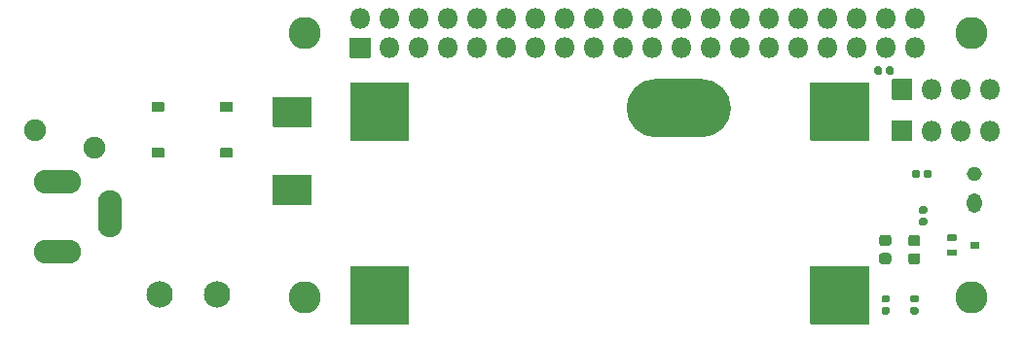
<source format=gts>
G04 #@! TF.GenerationSoftware,KiCad,Pcbnew,(5.1.10)-1*
G04 #@! TF.CreationDate,2021-12-24T20:30:38+01:00*
G04 #@! TF.ProjectId,pi_power_hat,70695f70-6f77-4657-925f-6861742e6b69,1.0*
G04 #@! TF.SameCoordinates,Original*
G04 #@! TF.FileFunction,Soldermask,Top*
G04 #@! TF.FilePolarity,Negative*
%FSLAX46Y46*%
G04 Gerber Fmt 4.6, Leading zero omitted, Abs format (unit mm)*
G04 Created by KiCad (PCBNEW (5.1.10)-1) date 2021-12-24 20:30:38*
%MOMM*%
%LPD*%
G01*
G04 APERTURE LIST*
%ADD10O,2.102000X4.102000*%
%ADD11O,4.102000X2.102000*%
%ADD12O,1.802000X1.802000*%
%ADD13C,2.802000*%
%ADD14O,1.302000X1.702000*%
%ADD15O,1.302000X1.302000*%
%ADD16C,2.302000*%
%ADD17C,1.902000*%
G04 APERTURE END LIST*
D10*
X104155000Y-110277000D03*
D11*
X99555000Y-107477000D03*
X99555000Y-113577000D03*
G36*
G01*
X173882000Y-100369000D02*
X172182000Y-100369000D01*
G75*
G02*
X172131000Y-100318000I0J51000D01*
G01*
X172131000Y-98618000D01*
G75*
G02*
X172182000Y-98567000I51000J0D01*
G01*
X173882000Y-98567000D01*
G75*
G02*
X173933000Y-98618000I0J-51000D01*
G01*
X173933000Y-100318000D01*
G75*
G02*
X173882000Y-100369000I-51000J0D01*
G01*
G37*
D12*
X175572000Y-99468000D03*
X178112000Y-99468000D03*
X180652000Y-99468000D03*
G36*
G01*
X165100000Y-98849000D02*
X170100000Y-98849000D01*
G75*
G02*
X170151000Y-98900000I0J-51000D01*
G01*
X170151000Y-103900000D01*
G75*
G02*
X170100000Y-103951000I-51000J0D01*
G01*
X165100000Y-103951000D01*
G75*
G02*
X165049000Y-103900000I0J51000D01*
G01*
X165049000Y-98900000D01*
G75*
G02*
X165100000Y-98849000I51000J0D01*
G01*
G37*
G36*
G01*
X165100000Y-114849000D02*
X170100000Y-114849000D01*
G75*
G02*
X170151000Y-114900000I0J-51000D01*
G01*
X170151000Y-119900000D01*
G75*
G02*
X170100000Y-119951000I-51000J0D01*
G01*
X165100000Y-119951000D01*
G75*
G02*
X165049000Y-119900000I0J51000D01*
G01*
X165049000Y-114900000D01*
G75*
G02*
X165100000Y-114849000I51000J0D01*
G01*
G37*
G36*
G01*
X125100000Y-98849000D02*
X130100000Y-98849000D01*
G75*
G02*
X130151000Y-98900000I0J-51000D01*
G01*
X130151000Y-103900000D01*
G75*
G02*
X130100000Y-103951000I-51000J0D01*
G01*
X125100000Y-103951000D01*
G75*
G02*
X125049000Y-103900000I0J51000D01*
G01*
X125049000Y-98900000D01*
G75*
G02*
X125100000Y-98849000I51000J0D01*
G01*
G37*
G36*
G01*
X125100000Y-114849000D02*
X130100000Y-114849000D01*
G75*
G02*
X130151000Y-114900000I0J-51000D01*
G01*
X130151000Y-119900000D01*
G75*
G02*
X130100000Y-119951000I-51000J0D01*
G01*
X125100000Y-119951000D01*
G75*
G02*
X125049000Y-119900000I0J51000D01*
G01*
X125049000Y-114900000D01*
G75*
G02*
X125100000Y-114849000I51000J0D01*
G01*
G37*
G36*
G01*
X151600000Y-98549000D02*
X155600000Y-98549000D01*
G75*
G02*
X158151000Y-101100000I0J-2551000D01*
G01*
X158151000Y-101100000D01*
G75*
G02*
X155600000Y-103651000I-2551000J0D01*
G01*
X151600000Y-103651000D01*
G75*
G02*
X149049000Y-101100000I0J2551000D01*
G01*
X149049000Y-101100000D01*
G75*
G02*
X151600000Y-98549000I2551000J0D01*
G01*
G37*
G36*
G01*
X125052000Y-94937000D02*
X126752000Y-94937000D01*
G75*
G02*
X126803000Y-94988000I0J-51000D01*
G01*
X126803000Y-96688000D01*
G75*
G02*
X126752000Y-96739000I-51000J0D01*
G01*
X125052000Y-96739000D01*
G75*
G02*
X125001000Y-96688000I0J51000D01*
G01*
X125001000Y-94988000D01*
G75*
G02*
X125052000Y-94937000I51000J0D01*
G01*
G37*
X125902000Y-93298000D03*
X128442000Y-95838000D03*
X128442000Y-93298000D03*
X130982000Y-95838000D03*
X130982000Y-93298000D03*
X133522000Y-95838000D03*
X133522000Y-93298000D03*
X136062000Y-95838000D03*
X136062000Y-93298000D03*
X138602000Y-95838000D03*
X138602000Y-93298000D03*
X141142000Y-95838000D03*
X141142000Y-93298000D03*
X143682000Y-95838000D03*
X143682000Y-93298000D03*
X146222000Y-95838000D03*
X146222000Y-93298000D03*
X148762000Y-95838000D03*
X148762000Y-93298000D03*
X151302000Y-95838000D03*
X151302000Y-93298000D03*
X153842000Y-95838000D03*
X153842000Y-93298000D03*
X156382000Y-95838000D03*
X156382000Y-93298000D03*
X158922000Y-95838000D03*
X158922000Y-93298000D03*
X161462000Y-95838000D03*
X161462000Y-93298000D03*
X164002000Y-95838000D03*
X164002000Y-93298000D03*
X166542000Y-95838000D03*
X166542000Y-93298000D03*
X169082000Y-95838000D03*
X169082000Y-93298000D03*
X171622000Y-95838000D03*
X171622000Y-93298000D03*
X174162000Y-95838000D03*
X174162000Y-93298000D03*
G36*
G01*
X173894500Y-117406000D02*
X174315500Y-117406000D01*
G75*
G02*
X174476000Y-117566500I0J-160500D01*
G01*
X174476000Y-117887500D01*
G75*
G02*
X174315500Y-118048000I-160500J0D01*
G01*
X173894500Y-118048000D01*
G75*
G02*
X173734000Y-117887500I0J160500D01*
G01*
X173734000Y-117566500D01*
G75*
G02*
X173894500Y-117406000I160500J0D01*
G01*
G37*
G36*
G01*
X173894500Y-118426000D02*
X174315500Y-118426000D01*
G75*
G02*
X174476000Y-118586500I0J-160500D01*
G01*
X174476000Y-118907500D01*
G75*
G02*
X174315500Y-119068000I-160500J0D01*
G01*
X173894500Y-119068000D01*
G75*
G02*
X173734000Y-118907500I0J160500D01*
G01*
X173734000Y-118586500D01*
G75*
G02*
X173894500Y-118426000I160500J0D01*
G01*
G37*
D13*
X121032000Y-94568000D03*
X179032000Y-94568000D03*
X179032000Y-117568000D03*
X121032000Y-117568000D03*
G36*
G01*
X114801000Y-104636999D02*
X114801000Y-105337001D01*
G75*
G02*
X114750001Y-105388000I-50999J0D01*
G01*
X113749999Y-105388000D01*
G75*
G02*
X113699000Y-105337001I0J50999D01*
G01*
X113699000Y-104636999D01*
G75*
G02*
X113749999Y-104586000I50999J0D01*
G01*
X114750001Y-104586000D01*
G75*
G02*
X114801000Y-104636999I0J-50999D01*
G01*
G37*
G36*
G01*
X114801000Y-100636999D02*
X114801000Y-101337001D01*
G75*
G02*
X114750001Y-101388000I-50999J0D01*
G01*
X113749999Y-101388000D01*
G75*
G02*
X113699000Y-101337001I0J50999D01*
G01*
X113699000Y-100636999D01*
G75*
G02*
X113749999Y-100586000I50999J0D01*
G01*
X114750001Y-100586000D01*
G75*
G02*
X114801000Y-100636999I0J-50999D01*
G01*
G37*
G36*
G01*
X108851000Y-100636999D02*
X108851000Y-101337001D01*
G75*
G02*
X108800001Y-101388000I-50999J0D01*
G01*
X107799999Y-101388000D01*
G75*
G02*
X107749000Y-101337001I0J50999D01*
G01*
X107749000Y-100636999D01*
G75*
G02*
X107799999Y-100586000I50999J0D01*
G01*
X108800001Y-100586000D01*
G75*
G02*
X108851000Y-100636999I0J-50999D01*
G01*
G37*
G36*
G01*
X108851000Y-104636999D02*
X108851000Y-105337001D01*
G75*
G02*
X108800001Y-105388000I-50999J0D01*
G01*
X107799999Y-105388000D01*
G75*
G02*
X107749000Y-105337001I0J50999D01*
G01*
X107749000Y-104636999D01*
G75*
G02*
X107799999Y-104586000I50999J0D01*
G01*
X108800001Y-104586000D01*
G75*
G02*
X108851000Y-104636999I0J-50999D01*
G01*
G37*
G36*
G01*
X118294000Y-109477000D02*
X118294000Y-106977000D01*
G75*
G02*
X118345000Y-106926000I51000J0D01*
G01*
X121645000Y-106926000D01*
G75*
G02*
X121696000Y-106977000I0J-51000D01*
G01*
X121696000Y-109477000D01*
G75*
G02*
X121645000Y-109528000I-51000J0D01*
G01*
X118345000Y-109528000D01*
G75*
G02*
X118294000Y-109477000I0J51000D01*
G01*
G37*
G36*
G01*
X118294000Y-102677000D02*
X118294000Y-100177000D01*
G75*
G02*
X118345000Y-100126000I51000J0D01*
G01*
X121645000Y-100126000D01*
G75*
G02*
X121696000Y-100177000I0J-51000D01*
G01*
X121696000Y-102677000D01*
G75*
G02*
X121645000Y-102728000I-51000J0D01*
G01*
X118345000Y-102728000D01*
G75*
G02*
X118294000Y-102677000I0J51000D01*
G01*
G37*
D14*
X179332000Y-109368000D03*
D15*
X179332000Y-106828000D03*
D12*
X180652000Y-103068000D03*
X178112000Y-103068000D03*
X175572000Y-103068000D03*
G36*
G01*
X173882000Y-103969000D02*
X172182000Y-103969000D01*
G75*
G02*
X172131000Y-103918000I0J51000D01*
G01*
X172131000Y-102218000D01*
G75*
G02*
X172182000Y-102167000I51000J0D01*
G01*
X173882000Y-102167000D01*
G75*
G02*
X173933000Y-102218000I0J-51000D01*
G01*
X173933000Y-103918000D01*
G75*
G02*
X173882000Y-103969000I-51000J0D01*
G01*
G37*
G36*
G01*
X177005000Y-112111000D02*
X177705000Y-112111000D01*
G75*
G02*
X177756000Y-112162000I0J-51000D01*
G01*
X177756000Y-112612000D01*
G75*
G02*
X177705000Y-112663000I-51000J0D01*
G01*
X177005000Y-112663000D01*
G75*
G02*
X176954000Y-112612000I0J51000D01*
G01*
X176954000Y-112162000D01*
G75*
G02*
X177005000Y-112111000I51000J0D01*
G01*
G37*
G36*
G01*
X177005000Y-113411000D02*
X177705000Y-113411000D01*
G75*
G02*
X177756000Y-113462000I0J-51000D01*
G01*
X177756000Y-113912000D01*
G75*
G02*
X177705000Y-113963000I-51000J0D01*
G01*
X177005000Y-113963000D01*
G75*
G02*
X176954000Y-113912000I0J51000D01*
G01*
X176954000Y-113462000D01*
G75*
G02*
X177005000Y-113411000I51000J0D01*
G01*
G37*
G36*
G01*
X179005000Y-112761000D02*
X179705000Y-112761000D01*
G75*
G02*
X179756000Y-112812000I0J-51000D01*
G01*
X179756000Y-113262000D01*
G75*
G02*
X179705000Y-113313000I-51000J0D01*
G01*
X179005000Y-113313000D01*
G75*
G02*
X178954000Y-113262000I0J51000D01*
G01*
X178954000Y-112812000D01*
G75*
G02*
X179005000Y-112761000I51000J0D01*
G01*
G37*
G36*
G01*
X171394500Y-117406000D02*
X171815500Y-117406000D01*
G75*
G02*
X171976000Y-117566500I0J-160500D01*
G01*
X171976000Y-117887500D01*
G75*
G02*
X171815500Y-118048000I-160500J0D01*
G01*
X171394500Y-118048000D01*
G75*
G02*
X171234000Y-117887500I0J160500D01*
G01*
X171234000Y-117566500D01*
G75*
G02*
X171394500Y-117406000I160500J0D01*
G01*
G37*
G36*
G01*
X171394500Y-118426000D02*
X171815500Y-118426000D01*
G75*
G02*
X171976000Y-118586500I0J-160500D01*
G01*
X171976000Y-118907500D01*
G75*
G02*
X171815500Y-119068000I-160500J0D01*
G01*
X171394500Y-119068000D01*
G75*
G02*
X171234000Y-118907500I0J160500D01*
G01*
X171234000Y-118586500D01*
G75*
G02*
X171394500Y-118426000I160500J0D01*
G01*
G37*
G36*
G01*
X171266000Y-97626500D02*
X171266000Y-98047500D01*
G75*
G02*
X171105500Y-98208000I-160500J0D01*
G01*
X170784500Y-98208000D01*
G75*
G02*
X170624000Y-98047500I0J160500D01*
G01*
X170624000Y-97626500D01*
G75*
G02*
X170784500Y-97466000I160500J0D01*
G01*
X171105500Y-97466000D01*
G75*
G02*
X171266000Y-97626500I0J-160500D01*
G01*
G37*
G36*
G01*
X172286000Y-97626500D02*
X172286000Y-98047500D01*
G75*
G02*
X172125500Y-98208000I-160500J0D01*
G01*
X171804500Y-98208000D01*
G75*
G02*
X171644000Y-98047500I0J160500D01*
G01*
X171644000Y-97626500D01*
G75*
G02*
X171804500Y-97466000I160500J0D01*
G01*
X172125500Y-97466000D01*
G75*
G02*
X172286000Y-97626500I0J-160500D01*
G01*
G37*
G36*
G01*
X174644500Y-109656000D02*
X175065500Y-109656000D01*
G75*
G02*
X175226000Y-109816500I0J-160500D01*
G01*
X175226000Y-110137500D01*
G75*
G02*
X175065500Y-110298000I-160500J0D01*
G01*
X174644500Y-110298000D01*
G75*
G02*
X174484000Y-110137500I0J160500D01*
G01*
X174484000Y-109816500D01*
G75*
G02*
X174644500Y-109656000I160500J0D01*
G01*
G37*
G36*
G01*
X174644500Y-110676000D02*
X175065500Y-110676000D01*
G75*
G02*
X175226000Y-110836500I0J-160500D01*
G01*
X175226000Y-111157500D01*
G75*
G02*
X175065500Y-111318000I-160500J0D01*
G01*
X174644500Y-111318000D01*
G75*
G02*
X174484000Y-111157500I0J160500D01*
G01*
X174484000Y-110836500D01*
G75*
G02*
X174644500Y-110676000I160500J0D01*
G01*
G37*
G36*
G01*
X173924000Y-107047500D02*
X173924000Y-106626500D01*
G75*
G02*
X174084500Y-106466000I160500J0D01*
G01*
X174405500Y-106466000D01*
G75*
G02*
X174566000Y-106626500I0J-160500D01*
G01*
X174566000Y-107047500D01*
G75*
G02*
X174405500Y-107208000I-160500J0D01*
G01*
X174084500Y-107208000D01*
G75*
G02*
X173924000Y-107047500I0J160500D01*
G01*
G37*
G36*
G01*
X174944000Y-107047500D02*
X174944000Y-106626500D01*
G75*
G02*
X175104500Y-106466000I160500J0D01*
G01*
X175425500Y-106466000D01*
G75*
G02*
X175586000Y-106626500I0J-160500D01*
G01*
X175586000Y-107047500D01*
G75*
G02*
X175425500Y-107208000I-160500J0D01*
G01*
X175104500Y-107208000D01*
G75*
G02*
X174944000Y-107047500I0J160500D01*
G01*
G37*
G36*
G01*
X171842150Y-113116700D02*
X171278650Y-113116700D01*
G75*
G02*
X171034400Y-112872450I0J244250D01*
G01*
X171034400Y-112383950D01*
G75*
G02*
X171278650Y-112139700I244250J0D01*
G01*
X171842150Y-112139700D01*
G75*
G02*
X172086400Y-112383950I0J-244250D01*
G01*
X172086400Y-112872450D01*
G75*
G02*
X171842150Y-113116700I-244250J0D01*
G01*
G37*
G36*
G01*
X171842150Y-114691700D02*
X171278650Y-114691700D01*
G75*
G02*
X171034400Y-114447450I0J244250D01*
G01*
X171034400Y-113958950D01*
G75*
G02*
X171278650Y-113714700I244250J0D01*
G01*
X171842150Y-113714700D01*
G75*
G02*
X172086400Y-113958950I0J-244250D01*
G01*
X172086400Y-114447450D01*
G75*
G02*
X171842150Y-114691700I-244250J0D01*
G01*
G37*
G36*
G01*
X174366150Y-114711200D02*
X173802650Y-114711200D01*
G75*
G02*
X173558400Y-114466950I0J244250D01*
G01*
X173558400Y-113978450D01*
G75*
G02*
X173802650Y-113734200I244250J0D01*
G01*
X174366150Y-113734200D01*
G75*
G02*
X174610400Y-113978450I0J-244250D01*
G01*
X174610400Y-114466950D01*
G75*
G02*
X174366150Y-114711200I-244250J0D01*
G01*
G37*
G36*
G01*
X174366150Y-113136200D02*
X173802650Y-113136200D01*
G75*
G02*
X173558400Y-112891950I0J244250D01*
G01*
X173558400Y-112403450D01*
G75*
G02*
X173802650Y-112159200I244250J0D01*
G01*
X174366150Y-112159200D01*
G75*
G02*
X174610400Y-112403450I0J-244250D01*
G01*
X174610400Y-112891950D01*
G75*
G02*
X174366150Y-113136200I-244250J0D01*
G01*
G37*
D16*
X108485000Y-117307000D03*
X113485000Y-117307000D03*
D17*
X102740000Y-104550000D03*
X97640000Y-103050000D03*
M02*

</source>
